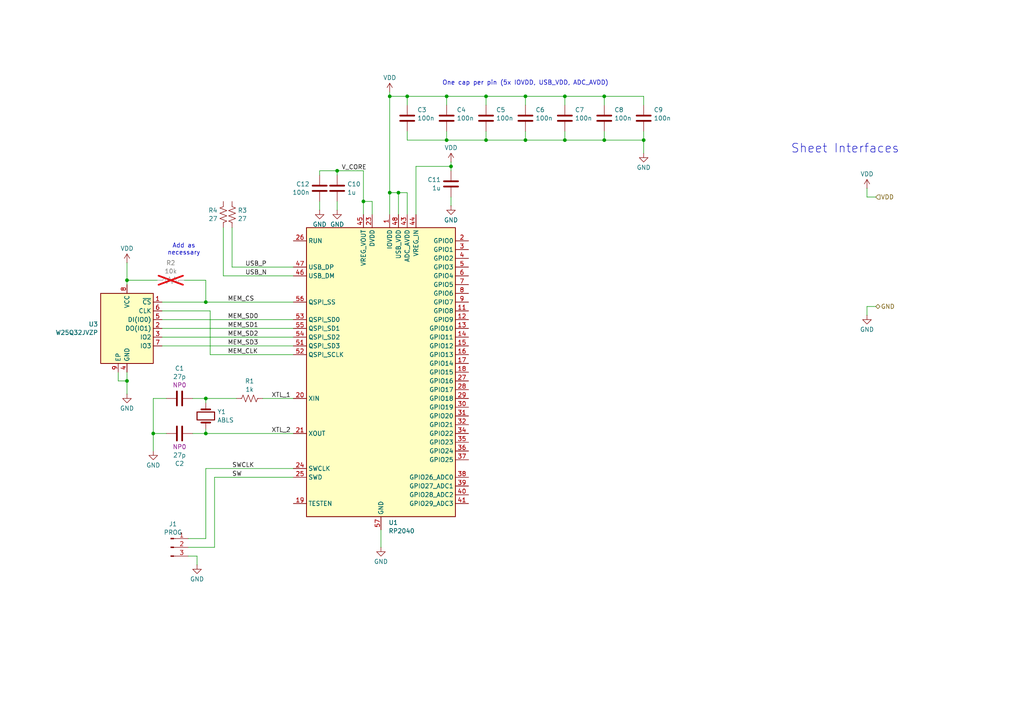
<source format=kicad_sch>
(kicad_sch (version 20231120) (generator "eeschema") (generator_version "8.0")
  (paper "A4")
  (title_block (title "HomePowerBank - Microcontroller") (date "2025-01-24") (rev "0") (comment 1 "All capacitors 16V 10% X5R 0402 unless noted") (comment 2 "All resistors 1/16W 1% 0402 unless noted"))
  (lib_symbols
    (symbol "Connector:Conn_01x03_Pin" (pin_names (offset 1.016) hide)
      (property "Reference" "J" (at 0 5.08 0))
      (property "Value" "Conn_01x03_Pin" (at 0 -5.08 0))
      (symbol "Conn_01x03_Pin_1_1"
        (polyline (pts (xy 1.27 -2.54) (xy 0.8636 -2.54)) (stroke (width 0.1524)))
        (polyline (pts (xy 1.27 0) (xy 0.8636 0)) (stroke (width 0.1524)))
        (polyline (pts (xy 1.27 2.54) (xy 0.8636 2.54)) (stroke (width 0.1524)))
        (rectangle (start 0.8636 -2.413) (end 0 -2.667) (stroke (width 0.1524)) (fill (type outline)))
        (rectangle (start 0.8636 0.127) (end 0 -0.127) (stroke (width 0.1524)) (fill (type outline)))
        (rectangle (start 0.8636 2.667) (end 0 2.413) (stroke (width 0.1524)) (fill (type outline)))
        (pin passive line (at 5.08 2.54 180) (length 3.81) (name "Pin_1") (number "1"))
        (pin passive line (at 5.08 0 180) (length 3.81) (name "Pin_2") (number "2"))
        (pin passive line (at 5.08 -2.54 180) (length 3.81) (name "Pin_3") (number "3"))
      )
    )
    (symbol "Device:C" (pin_numbers hide) (pin_names (offset 0.254))
      (property "Reference" "C" (at 0.635 2.54 0))
      (property "Value" "C" (at 0.635 -2.54 0))
      (symbol "C_0_1"
        (polyline (pts (xy -2.032 -0.762) (xy 2.032 -0.762)) (stroke (width 0.508)))
        (polyline (pts (xy -2.032 0.762) (xy 2.032 0.762)) (stroke (width 0.508)))
      )
      (symbol "C_1_1"
        (pin passive line (at 0 3.81 270) (length 2.794) (name "~") (number "1"))
        (pin passive line (at 0 -3.81 90) (length 2.794) (name "~") (number "2"))
      )
    )
    (symbol "Device:Crystal" (pin_numbers hide) (pin_names (offset 1.016) hide)
      (property "Reference" "Y" (at 0 3.81 0))
      (property "Value" "Crystal" (at 0 -3.81 0))
      (symbol "Crystal_0_1"
        (rectangle (start -1.143 2.54) (end 1.143 -2.54) (stroke (width 0.3048)))
        (polyline (pts (xy -2.54 0) (xy -1.905 0)))
        (polyline (pts (xy -1.905 -1.27) (xy -1.905 1.27)) (stroke (width 0.508)))
        (polyline (pts (xy 1.905 -1.27) (xy 1.905 1.27)) (stroke (width 0.508)))
        (polyline (pts (xy 2.54 0) (xy 1.905 0)))
      )
      (symbol "Crystal_1_1"
        (pin passive line (at -3.81 0 0) (length 1.27) (name "1") (number "1"))
        (pin passive line (at 3.81 0 180) (length 1.27) (name "2") (number "2"))
      )
    )
    (symbol "Device:R_US" (pin_numbers hide) (pin_names (offset 0))
      (property "Reference" "R" (at 2.54 0 90))
      (property "Value" "R_US" (at -2.54 0 90))
      (symbol "R_US_0_1"
        (polyline (pts (xy 0 -2.286) (xy 0 -2.54)))
        (polyline (pts (xy 0 2.286) (xy 0 2.54)))
        (polyline (pts (xy 0 -0.762) (xy 1.016 -1.143) (xy 0 -1.524) (xy -1.016 -1.905) (xy 0 -2.286)))
        (polyline (pts (xy 0 0.762) (xy 1.016 0.381) (xy 0 0) (xy -1.016 -0.381) (xy 0 -0.762)))
        (polyline (pts (xy 0 2.286) (xy 1.016 1.905) (xy 0 1.524) (xy -1.016 1.143) (xy 0 0.762)))
      )
      (symbol "R_US_1_1"
        (pin passive line (at 0 3.81 270) (length 1.27) (name "~") (number "1"))
        (pin passive line (at 0 -3.81 90) (length 1.27) (name "~") (number "2"))
      )
    )
    (symbol "MCU_RaspberryPi:RP2040"
      (property "Reference" "U" (at 17.78 45.72 0))
      (property "Value" "RP2040" (at 17.78 43.18 0))
      (symbol "RP2040_0_1"
        (rectangle (start -21.59 41.91) (end 21.59 -41.91) (stroke (width 0.254)) (fill (type background)))
      )
      (symbol "RP2040_1_1"
        (pin power_in line (at 2.54 45.72 270) (length 3.81) (name "IOVDD") (number "1"))
        (pin passive line (at 2.54 45.72 270) (length 3.81) hide (name "IOVDD") (number "10"))
        (pin bidirectional line (at 25.4 17.78 180) (length 3.81) (name "GPIO8") (number "11"))
        (pin bidirectional line (at 25.4 15.24 180) (length 3.81) (name "GPIO9") (number "12"))
        (pin bidirectional line (at 25.4 12.7 180) (length 3.81) (name "GPIO10") (number "13"))
        (pin bidirectional line (at 25.4 10.16 180) (length 3.81) (name "GPIO11") (number "14"))
        (pin bidirectional line (at 25.4 7.62 180) (length 3.81) (name "GPIO12") (number "15"))
        (pin bidirectional line (at 25.4 5.08 180) (length 3.81) (name "GPIO13") (number "16"))
        (pin bidirectional line (at 25.4 2.54 180) (length 3.81) (name "GPIO14") (number "17"))
        (pin bidirectional line (at 25.4 0 180) (length 3.81) (name "GPIO15") (number "18"))
        (pin input line (at -25.4 -38.1 0) (length 3.81) (name "TESTEN") (number "19"))
        (pin bidirectional line (at 25.4 38.1 180) (length 3.81) (name "GPIO0") (number "2"))
        (pin input line (at -25.4 -7.62 0) (length 3.81) (name "XIN") (number "20"))
        (pin passive line (at -25.4 -17.78 0) (length 3.81) (name "XOUT") (number "21"))
        (pin passive line (at 2.54 45.72 270) (length 3.81) hide (name "IOVDD") (number "22"))
        (pin power_in line (at -2.54 45.72 270) (length 3.81) (name "DVDD") (number "23"))
        (pin input line (at -25.4 -27.94 0) (length 3.81) (name "SWCLK") (number "24"))
        (pin bidirectional line (at -25.4 -30.48 0) (length 3.81) (name "SWD") (number "25"))
        (pin input line (at -25.4 38.1 0) (length 3.81) (name "RUN") (number "26"))
        (pin bidirectional line (at 25.4 -2.54 180) (length 3.81) (name "GPIO16") (number "27"))
        (pin bidirectional line (at 25.4 -5.08 180) (length 3.81) (name "GPIO17") (number "28"))
        (pin bidirectional line (at 25.4 -7.62 180) (length 3.81) (name "GPIO18") (number "29"))
        (pin bidirectional line (at 25.4 35.56 180) (length 3.81) (name "GPIO1") (number "3"))
        (pin bidirectional line (at 25.4 -10.16 180) (length 3.81) (name "GPIO19") (number "30"))
        (pin bidirectional line (at 25.4 -12.7 180) (length 3.81) (name "GPIO20") (number "31"))
        (pin bidirectional line (at 25.4 -15.24 180) (length 3.81) (name "GPIO21") (number "32"))
        (pin passive line (at 2.54 45.72 270) (length 3.81) hide (name "IOVDD") (number "33"))
        (pin bidirectional line (at 25.4 -17.78 180) (length 3.81) (name "GPIO22") (number "34"))
        (pin bidirectional line (at 25.4 -20.32 180) (length 3.81) (name "GPIO23") (number "35"))
        (pin bidirectional line (at 25.4 -22.86 180) (length 3.81) (name "GPIO24") (number "36"))
        (pin bidirectional line (at 25.4 -25.4 180) (length 3.81) (name "GPIO25") (number "37"))
        (pin bidirectional line (at 25.4 -30.48 180) (length 3.81) (name "GPIO26_ADC0") (number "38"))
        (pin bidirectional line (at 25.4 -33.02 180) (length 3.81) (name "GPIO27_ADC1") (number "39"))
        (pin bidirectional line (at 25.4 33.02 180) (length 3.81) (name "GPIO2") (number "4"))
        (pin bidirectional line (at 25.4 -35.56 180) (length 3.81) (name "GPIO28_ADC2") (number "40"))
        (pin bidirectional line (at 25.4 -38.1 180) (length 3.81) (name "GPIO29_ADC3") (number "41"))
        (pin passive line (at 2.54 45.72 270) (length 3.81) hide (name "IOVDD") (number "42"))
        (pin power_in line (at 7.62 45.72 270) (length 3.81) (name "ADC_AVDD") (number "43"))
        (pin power_in line (at 10.16 45.72 270) (length 3.81) (name "VREG_IN") (number "44"))
        (pin power_out line (at -5.08 45.72 270) (length 3.81) (name "VREG_VOUT") (number "45"))
        (pin bidirectional line (at -25.4 27.94 0) (length 3.81) (name "USB_DM") (number "46"))
        (pin bidirectional line (at -25.4 30.48 0) (length 3.81) (name "USB_DP") (number "47"))
        (pin power_in line (at 5.08 45.72 270) (length 3.81) (name "USB_VDD") (number "48"))
        (pin passive line (at 2.54 45.72 270) (length 3.81) hide (name "IOVDD") (number "49"))
        (pin bidirectional line (at 25.4 30.48 180) (length 3.81) (name "GPIO3") (number "5"))
        (pin passive line (at -2.54 45.72 270) (length 3.81) hide (name "DVDD") (number "50"))
        (pin bidirectional line (at -25.4 7.62 0) (length 3.81) (name "QSPI_SD3") (number "51"))
        (pin output line (at -25.4 5.08 0) (length 3.81) (name "QSPI_SCLK") (number "52"))
        (pin bidirectional line (at -25.4 15.24 0) (length 3.81) (name "QSPI_SD0") (number "53"))
        (pin bidirectional line (at -25.4 10.16 0) (length 3.81) (name "QSPI_SD2") (number "54"))
        (pin bidirectional line (at -25.4 12.7 0) (length 3.81) (name "QSPI_SD1") (number "55"))
        (pin bidirectional line (at -25.4 20.32 0) (length 3.81) (name "QSPI_SS") (number "56"))
        (pin power_in line (at 0 -45.72 90) (length 3.81) (name "GND") (number "57"))
        (pin bidirectional line (at 25.4 27.94 180) (length 3.81) (name "GPIO4") (number "6"))
        (pin bidirectional line (at 25.4 25.4 180) (length 3.81) (name "GPIO5") (number "7"))
        (pin bidirectional line (at 25.4 22.86 180) (length 3.81) (name "GPIO6") (number "8"))
        (pin bidirectional line (at 25.4 20.32 180) (length 3.81) (name "GPIO7") (number "9"))
      )
    )
    (symbol "Memory_Flash:W25Q32JVZP"
      (property "Reference" "U" (at -6.35 11.43 0))
      (property "Value" "W25Q32JVZP" (at 7.62 11.43 0))
      (symbol "W25Q32JVZP_0_1"
        (rectangle (start -7.62 10.16) (end 7.62 -10.16) (stroke (width 0.254)) (fill (type background)))
      )
      (symbol "W25Q32JVZP_1_1"
        (pin input line (at -10.16 7.62 0) (length 2.54) (name "~{CS}") (number "1"))
        (pin bidirectional line (at -10.16 0 0) (length 2.54) (name "DO(IO1)") (number "2"))
        (pin bidirectional line (at -10.16 -2.54 0) (length 2.54) (name "IO2") (number "3"))
        (pin power_in line (at 0 -12.7 90) (length 2.54) (name "GND") (number "4"))
        (pin bidirectional line (at -10.16 2.54 0) (length 2.54) (name "DI(IO0)") (number "5"))
        (pin input line (at -10.16 5.08 0) (length 2.54) (name "CLK") (number "6"))
        (pin bidirectional line (at -10.16 -5.08 0) (length 2.54) (name "IO3") (number "7"))
        (pin power_in line (at 0 12.7 270) (length 2.54) (name "VCC") (number "8"))
        (pin passive line (at 2.54 -12.7 90) (length 2.54) (name "EP") (number "9"))
      )
    )
    (symbol "power:GND" (power) (pin_numbers hide) (pin_names (offset 0) hide)
      (property "Value" "GND" (at 0 -3.81 0))
      (symbol "GND_0_1"
        (polyline (pts (xy 0 0) (xy 0 -1.27) (xy 1.27 -1.27) (xy 0 -2.54) (xy -1.27 -1.27) (xy 0 -1.27)))
      )
      (symbol "GND_1_1"
        (pin power_in line (at 0 0 270) (length 0) (name "~") (number "1"))
      )
    )
    (symbol "power:VDD" (power) (pin_numbers hide) (pin_names (offset 0) hide)
      (property "Value" "VDD" (at 0 3.556 0))
      (symbol "VDD_0_1"
        (polyline (pts (xy -0.762 1.27) (xy 0 2.54)))
        (polyline (pts (xy 0 0) (xy 0 2.54)))
        (polyline (pts (xy 0 2.54) (xy 0.762 1.27)))
      )
      (symbol "VDD_1_1"
        (pin power_in line (at 0 0 90) (length 0) (name "~") (number "1"))
      )
    )
  )
  (junction (at 140.97 40.64))
  (junction (at 152.4 40.64))
  (junction (at 130.81 48.26))
  (junction (at 36.83 81.28))
  (junction (at 186.69 40.64))
  (junction (at 175.26 27.94))
  (junction (at 59.69 125.73))
  (junction (at 163.83 40.64))
  (junction (at 44.45 125.73))
  (junction (at 105.41 58.42))
  (junction (at 175.26 40.64))
  (junction (at 118.11 27.94))
  (junction (at 163.83 27.94))
  (junction (at 152.4 27.94))
  (junction (at 59.69 87.63))
  (junction (at 115.57 55.88))
  (junction (at 97.79 49.53))
  (junction (at 36.83 110.49))
  (junction (at 129.54 40.64))
  (junction (at 129.54 27.94))
  (junction (at 140.97 27.94))
  (junction (at 113.03 55.88))
  (junction (at 59.69 115.57))
  (junction (at 113.03 27.94))
  (wire (pts (xy 251.46 57.15) (xy 254 57.15)))
  (wire (pts (xy 175.26 27.94) (xy 175.26 30.48)))
  (wire (pts (xy 85.09 138.43) (xy 62.23 138.43)))
  (wire (pts (xy 85.09 77.47) (xy 67.31 77.47)))
  (wire (pts (xy 64.77 80.01) (xy 85.09 80.01)))
  (wire (pts (xy 36.83 81.28) (xy 36.83 82.55)))
  (wire (pts (xy 186.69 27.94) (xy 186.69 30.48)))
  (wire (pts (xy 55.88 125.73) (xy 59.69 125.73)))
  (wire (pts (xy 44.45 125.73) (xy 48.26 125.73)))
  (wire (pts (xy 97.79 49.53) (xy 92.71 49.53)))
  (wire (pts (xy 105.41 62.23) (xy 105.41 58.42)))
  (wire (pts (xy 76.2 115.57) (xy 85.09 115.57)))
  (wire (pts (xy 129.54 40.64) (xy 118.11 40.64)))
  (wire (pts (xy 105.41 49.53) (xy 105.41 58.42)))
  (wire (pts (xy 113.03 55.88) (xy 115.57 55.88)))
  (wire (pts (xy 152.4 27.94) (xy 152.4 30.48)))
  (wire (pts (xy 163.83 27.94) (xy 175.26 27.94)))
  (wire (pts (xy 36.83 81.28) (xy 45.72 81.28)))
  (wire (pts (xy 118.11 27.94) (xy 118.11 30.48)))
  (wire (pts (xy 36.83 110.49) (xy 36.83 114.3)))
  (wire (pts (xy 113.03 27.94) (xy 118.11 27.94)))
  (wire (pts (xy 120.65 48.26) (xy 120.65 62.23)))
  (wire (pts (xy 115.57 55.88) (xy 118.11 55.88)))
  (wire (pts (xy 97.79 49.53) (xy 105.41 49.53)))
  (wire (pts (xy 46.99 95.25) (xy 85.09 95.25)))
  (wire (pts (xy 34.29 110.49) (xy 36.83 110.49)))
  (wire (pts (xy 113.03 27.94) (xy 113.03 55.88)))
  (wire (pts (xy 175.26 27.94) (xy 186.69 27.94)))
  (wire (pts (xy 44.45 125.73) (xy 44.45 115.57)))
  (wire (pts (xy 60.96 90.17) (xy 60.96 102.87)))
  (wire (pts (xy 118.11 27.94) (xy 129.54 27.94)))
  (wire (pts (xy 54.61 156.21) (xy 59.69 156.21)))
  (wire (pts (xy 62.23 158.75) (xy 54.61 158.75)))
  (wire (pts (xy 113.03 55.88) (xy 113.03 62.23)))
  (wire (pts (xy 118.11 62.23) (xy 118.11 55.88)))
  (wire (pts (xy 57.15 163.83) (xy 57.15 161.29)))
  (wire (pts (xy 54.61 161.29) (xy 57.15 161.29)))
  (wire (pts (xy 60.96 102.87) (xy 85.09 102.87)))
  (wire (pts (xy 67.31 77.47) (xy 67.31 66.04)))
  (wire (pts (xy 152.4 38.1) (xy 152.4 40.64)))
  (wire (pts (xy 130.81 48.26) (xy 120.65 48.26)))
  (wire (pts (xy 251.46 91.44) (xy 251.46 88.9)))
  (wire (pts (xy 129.54 27.94) (xy 129.54 30.48)))
  (wire (pts (xy 59.69 87.63) (xy 85.09 87.63)))
  (wire (pts (xy 34.29 107.95) (xy 34.29 110.49)))
  (wire (pts (xy 92.71 58.42) (xy 92.71 60.96)))
  (wire (pts (xy 97.79 58.42) (xy 97.79 60.96)))
  (wire (pts (xy 110.49 153.67) (xy 110.49 158.75)))
  (wire (pts (xy 251.46 54.61) (xy 251.46 57.15)))
  (wire (pts (xy 175.26 38.1) (xy 175.26 40.64)))
  (wire (pts (xy 140.97 27.94) (xy 152.4 27.94)))
  (wire (pts (xy 130.81 48.26) (xy 130.81 49.53)))
  (wire (pts (xy 46.99 100.33) (xy 85.09 100.33)))
  (wire (pts (xy 46.99 97.79) (xy 85.09 97.79)))
  (wire (pts (xy 59.69 124.46) (xy 59.69 125.73)))
  (wire (pts (xy 140.97 27.94) (xy 140.97 30.48)))
  (wire (pts (xy 92.71 49.53) (xy 92.71 50.8)))
  (wire (pts (xy 130.81 57.15) (xy 130.81 59.69)))
  (wire (pts (xy 163.83 40.64) (xy 152.4 40.64)))
  (wire (pts (xy 36.83 76.2) (xy 36.83 81.28)))
  (wire (pts (xy 152.4 27.94) (xy 163.83 27.94)))
  (wire (pts (xy 186.69 40.64) (xy 175.26 40.64)))
  (wire (pts (xy 163.83 27.94) (xy 163.83 30.48)))
  (wire (pts (xy 55.88 115.57) (xy 59.69 115.57)))
  (wire (pts (xy 163.83 38.1) (xy 163.83 40.64)))
  (wire (pts (xy 59.69 115.57) (xy 59.69 116.84)))
  (wire (pts (xy 118.11 38.1) (xy 118.11 40.64)))
  (wire (pts (xy 140.97 40.64) (xy 129.54 40.64)))
  (wire (pts (xy 44.45 130.81) (xy 44.45 125.73)))
  (wire (pts (xy 251.46 88.9) (xy 254 88.9)))
  (wire (pts (xy 186.69 40.64) (xy 186.69 44.45)))
  (wire (pts (xy 115.57 62.23) (xy 115.57 55.88)))
  (wire (pts (xy 64.77 66.04) (xy 64.77 80.01)))
  (wire (pts (xy 59.69 125.73) (xy 85.09 125.73)))
  (wire (pts (xy 46.99 87.63) (xy 59.69 87.63)))
  (wire (pts (xy 113.03 26.67) (xy 113.03 27.94)))
  (wire (pts (xy 46.99 90.17) (xy 60.96 90.17)))
  (wire (pts (xy 59.69 81.28) (xy 59.69 87.63)))
  (wire (pts (xy 140.97 38.1) (xy 140.97 40.64)))
  (wire (pts (xy 186.69 38.1) (xy 186.69 40.64)))
  (wire (pts (xy 53.34 81.28) (xy 59.69 81.28)))
  (wire (pts (xy 175.26 40.64) (xy 163.83 40.64)))
  (wire (pts (xy 129.54 38.1) (xy 129.54 40.64)))
  (wire (pts (xy 44.45 115.57) (xy 48.26 115.57)))
  (wire (pts (xy 152.4 40.64) (xy 140.97 40.64)))
  (wire (pts (xy 36.83 107.95) (xy 36.83 110.49)))
  (wire (pts (xy 105.41 58.42) (xy 107.95 58.42)))
  (wire (pts (xy 46.99 92.71) (xy 85.09 92.71)))
  (wire (pts (xy 62.23 138.43) (xy 62.23 158.75)))
  (wire (pts (xy 59.69 115.57) (xy 68.58 115.57)))
  (wire (pts (xy 59.69 156.21) (xy 59.69 135.89)))
  (wire (pts (xy 59.69 135.89) (xy 85.09 135.89)))
  (wire (pts (xy 130.81 46.99) (xy 130.81 48.26)))
  (wire (pts (xy 107.95 58.42) (xy 107.95 62.23)))
  (wire (pts (xy 129.54 27.94) (xy 140.97 27.94)))
  (wire (pts (xy 97.79 50.8) (xy 97.79 49.53)))
  (text "Sheet Interfaces" (at 245.11 43.18 0) (effects (font (size 2.54 2.54))))
  (text "One cap per pin (5x IOVDD, USB_VDD, ADC_AVDD)" (at 152.4 24.13 0) (effects (font (size 1.27 1.27))))
  (text "Add as\nnecessary" (at 53.34 72.39 0) (effects (font (size 1.27 1.27))))
  (label "MEM_SD3" (at 66.04 100.33 0))
  (label "SWCLK" (at 67.31 135.89 0))
  (label "MEM_SD1" (at 66.04 95.25 0))
  (label "MEM_SD0" (at 66.04 92.71 0))
  (label "USB_N" (at 71.12 80.01 0))
  (label "MEM_CS" (at 66.04 87.63 0))
  (label "MEM_SD2" (at 66.04 97.79 0))
  (label "SW" (at 67.31 138.43 0))
  (label "USB_P" (at 71.12 77.47 0))
  (label "XTL_1" (at 78.74 115.57 0))
  (label "XTL_2" (at 78.74 125.73 0))
  (label "MEM_CLK" (at 66.04 102.87 0))
  (label "V_CORE" (at 99.06 49.53 0))
  (hierarchical_label "GND" (shape bidirectional) (at 254 88.9 0))
  (hierarchical_label "VDD" (shape input) (at 254 57.15 0))
  (symbol (lib_id "MCU_RaspberryPi:RP2040") (at 110.49 107.95 0) (unit 1)
    (property "Reference" "U1" (at 112.6841 151.5801 0) (effects (justify left)))
    (property "Value" "RP2040" (at 112.6841 154.0044 0) (effects (justify left)))
    (property "Footprint" "Package_DFN_QFN:QFN-56-1EP_7x7mm_P0.4mm_EP3.2x3.2mm" (effects (hide yes)))
    (property "Datasheet" "https://datasheets.raspberrypi.com/rp2040/rp2040-datasheet.pdf" (effects (hide yes)))
    (property "Description" "A microcontroller by Raspberry Pi" (effects (hide yes)))
  )
  (symbol (lib_id "Device:C") (at 52.07 125.73 270) (unit 1)
    (property "Reference" "C2" (at 52.07 134.4577 90))
    (property "Value" "27p" (at 52.07 132.0334 90))
    (property "Footprint" "Capacitor_SMD:C_0402_1005Metric_Pad0.74x0.62mm_HandSolder" (effects (hide yes)))
    (property "Description" "Unpolarized capacitor" (effects (hide yes)))
    (property "MfrNum" "generic" (effects (hide yes)))
    (property "Tempco" "NP0" (at 52.07 129.6091 90))
  )
  (symbol (lib_id "Device:C") (at 118.11 34.29 0) (unit 1)
    (property "Reference" "C3" (at 121.031 31.8657 0) (effects (justify left)))
    (property "Value" "100n" (at 121.031 34.29 0) (effects (justify left)))
    (property "Footprint" "Capacitor_SMD:C_0402_1005Metric_Pad0.74x0.62mm_HandSolder" (effects (hide yes)))
    (property "Description" "Unpolarized capacitor" (effects (hide yes)))
    (property "MfrNum" "generic" (effects (hide yes)))
  )
  (symbol (lib_id "Memory_Flash:W25Q32JVZP") (at 36.83 95.25 0) (mirror y) (unit 1)
    (property "Reference" "U3" (at 28.448 94.0378 0) (effects (justify left)))
    (property "Value" "W25Q32JVZP" (at 28.448 96.4621 0) (effects (justify left)))
    (property "Footprint" "Package_SON:WSON-8-1EP_6x5mm_P1.27mm_EP3.4x4.3mm" (effects (hide yes)))
    (property "Datasheet" "http://www.winbond.com/resource-files/w25q32jv%20revg%2003272018%20plus.pdf" (effects (hide yes)))
    (property "Description" "32Mb Serial Flash Memory, Standard/Dual/Quad SPI, DFN-8" (effects (hide yes)))
  )
  (symbol (lib_id "Device:C") (at 140.97 34.29 0) (unit 1)
    (property "Reference" "C5" (at 143.891 31.8657 0) (effects (justify left)))
    (property "Value" "100n" (at 143.891 34.29 0) (effects (justify left)))
    (property "Footprint" "Capacitor_SMD:C_0402_1005Metric_Pad0.74x0.62mm_HandSolder" (effects (hide yes)))
    (property "Description" "Unpolarized capacitor" (effects (hide yes)))
    (property "MfrNum" "generic" (effects (hide yes)))
  )
  (symbol (lib_id "power:GND") (at 130.81 59.69 0) (unit 1)
    (property "Reference" "#PWR09" (effects (hide yes)))
    (property "Value" "GND" (at 130.81 63.8231 0))
    (property "Description" "Power symbol creates a global label with name \"GND\" , ground" (effects (hide yes)))
  )
  (symbol (lib_id "power:GND") (at 57.15 163.83 0) (unit 1)
    (property "Reference" "#PWR011" (effects (hide yes)))
    (property "Value" "GND" (at 57.15 167.9631 0))
    (property "Description" "Power symbol creates a global label with name \"GND\" , ground" (effects (hide yes)))
  )
  (symbol (lib_id "Connector:Conn_01x03_Pin") (at 49.53 158.75 0) (unit 1)
    (property "Reference" "J1" (at 50.165 151.9893 0))
    (property "Value" "PROG" (at 50.165 154.4136 0))
    (property "Footprint" "Connector_PinHeader_2.54mm:PinHeader_1x03_P2.54mm_Vertical" (effects (hide yes)))
    (property "Description" "Generic connector, single row, 01x03, script generated" (effects (hide yes)))
  )
  (symbol (lib_id "Device:R_US") (at 49.53 81.28 90) (unit 1) (dnp yes)
    (property "Reference" "R2" (at 49.53 76.2465 90))
    (property "Value" "10k" (at 49.53 78.6708 90))
    (property "Footprint" "Resistor_SMD:R_0402_1005Metric_Pad0.72x0.64mm_HandSolder" (effects (hide yes)))
    (property "Description" "Resistor, US symbol" (effects (hide yes)))
  )
  (symbol (lib_id "power:VDD") (at 36.83 76.2 0) (unit 1)
    (property "Reference" "#PWR04" (effects (hide yes)))
    (property "Value" "VDD" (at 36.83 72.0669 0))
    (property "Description" "Power symbol creates a global label with name \"VDD\"" (effects (hide yes)))
  )
  (symbol (lib_id "power:GND") (at 36.83 114.3 0) (unit 1)
    (property "Reference" "#PWR01" (effects (hide yes)))
    (property "Value" "GND" (at 36.83 118.4331 0))
    (property "Description" "Power symbol creates a global label with name \"GND\" , ground" (effects (hide yes)))
  )
  (symbol (lib_id "power:GND") (at 110.49 158.75 0) (unit 1)
    (property "Reference" "#PWR03" (effects (hide yes)))
    (property "Value" "GND" (at 110.49 162.8831 0))
    (property "Description" "Power symbol creates a global label with name \"GND\" , ground" (effects (hide yes)))
  )
  (symbol (lib_id "power:GND") (at 97.79 60.96 0) (unit 1)
    (property "Reference" "#PWR07" (effects (hide yes)))
    (property "Value" "GND" (at 97.79 65.0931 0))
    (property "Description" "Power symbol creates a global label with name \"GND\" , ground" (effects (hide yes)))
  )
  (symbol (lib_id "power:GND") (at 186.69 44.45 0) (unit 1)
    (property "Reference" "#PWR06" (effects (hide yes)))
    (property "Value" "GND" (at 186.69 48.5831 0))
    (property "Description" "Power symbol creates a global label with name \"GND\" , ground" (effects (hide yes)))
  )
  (symbol (lib_id "power:GND") (at 44.45 130.81 0) (unit 1)
    (property "Reference" "#PWR02" (effects (hide yes)))
    (property "Value" "GND" (at 44.45 134.9431 0))
    (property "Description" "Power symbol creates a global label with name \"GND\" , ground" (effects (hide yes)))
  )
  (symbol (lib_id "power:GND") (at 251.46 91.44 0) (unit 1)
    (property "Reference" "#PWR012" (effects (hide yes)))
    (property "Value" "GND" (at 251.46 95.5731 0))
    (property "Description" "Power symbol creates a global label with name \"GND\" , ground" (effects (hide yes)))
  )
  (symbol (lib_id "power:GND") (at 92.71 60.96 0) (unit 1)
    (property "Reference" "#PWR010" (effects (hide yes)))
    (property "Value" "GND" (at 92.71 65.0931 0))
    (property "Description" "Power symbol creates a global label with name \"GND\" , ground" (effects (hide yes)))
  )
  (symbol (lib_id "Device:C") (at 52.07 115.57 90) (unit 1)
    (property "Reference" "C1" (at 52.07 106.8423 90))
    (property "Value" "27p" (at 52.07 109.2666 90))
    (property "Footprint" "Capacitor_SMD:C_0402_1005Metric_Pad0.74x0.62mm_HandSolder" (effects (hide yes)))
    (property "Description" "Unpolarized capacitor" (effects (hide yes)))
    (property "MfrNum" "generic" (effects (hide yes)))
    (property "Tempco" "NP0" (at 52.07 111.6909 90))
  )
  (symbol (lib_id "Device:C") (at 163.83 34.29 0) (unit 1)
    (property "Reference" "C7" (at 166.751 31.8657 0) (effects (justify left)))
    (property "Value" "100n" (at 166.751 34.29 0) (effects (justify left)))
    (property "Footprint" "Capacitor_SMD:C_0402_1005Metric_Pad0.74x0.62mm_HandSolder" (effects (hide yes)))
    (property "Description" "Unpolarized capacitor" (effects (hide yes)))
    (property "MfrNum" "generic" (effects (hide yes)))
  )
  (symbol (lib_id "Device:C") (at 92.71 54.61 0) (mirror y) (unit 1)
    (property "Reference" "C12" (at 89.789 53.3978 0) (effects (justify left)))
    (property "Value" "100n" (at 89.789 55.8221 0) (effects (justify left)))
    (property "Footprint" "Capacitor_SMD:C_0402_1005Metric_Pad0.74x0.62mm_HandSolder" (effects (hide yes)))
    (property "Description" "Unpolarized capacitor" (effects (hide yes)))
    (property "MfrNum" "generic" (effects (hide yes)))
  )
  (symbol (lib_id "Device:C") (at 152.4 34.29 0) (unit 1)
    (property "Reference" "C6" (at 155.321 31.8657 0) (effects (justify left)))
    (property "Value" "100n" (at 155.321 34.29 0) (effects (justify left)))
    (property "Footprint" "Capacitor_SMD:C_0402_1005Metric_Pad0.74x0.62mm_HandSolder" (effects (hide yes)))
    (property "Description" "Unpolarized capacitor" (effects (hide yes)))
    (property "MfrNum" "generic" (effects (hide yes)))
  )
  (symbol (lib_id "Device:C") (at 186.69 34.29 0) (unit 1)
    (property "Reference" "C9" (at 189.611 31.8657 0) (effects (justify left)))
    (property "Value" "100n" (at 189.611 34.29 0) (effects (justify left)))
    (property "Footprint" "Capacitor_SMD:C_0402_1005Metric_Pad0.74x0.62mm_HandSolder" (effects (hide yes)))
    (property "Description" "Unpolarized capacitor" (effects (hide yes)))
    (property "MfrNum" "generic" (effects (hide yes)))
  )
  (symbol (lib_id "Device:R_US") (at 64.77 62.23 0) (mirror x) (unit 1)
    (property "Reference" "R4" (at 63.119 61.0178 0) (effects (justify right)))
    (property "Value" "27" (at 63.119 63.4421 0) (effects (justify right)))
    (property "Footprint" "Resistor_SMD:R_0402_1005Metric_Pad0.72x0.64mm_HandSolder" (effects (hide yes)))
    (property "Description" "Resistor, US symbol" (effects (hide yes)))
    (property "MfrNum" "generic" (effects (hide yes)))
  )
  (symbol (lib_id "power:VDD") (at 251.46 54.61 0) (unit 1)
    (property "Reference" "#PWR013" (effects (hide yes)))
    (property "Value" "VDD" (at 251.46 50.4769 0))
    (property "Description" "Power symbol creates a global label with name \"VDD\"" (effects (hide yes)))
  )
  (symbol (lib_id "power:VDD") (at 113.03 26.67 0) (unit 1)
    (property "Reference" "#PWR05" (effects (hide yes)))
    (property "Value" "VDD" (at 113.03 22.5369 0))
    (property "Description" "Power symbol creates a global label with name \"VDD\"" (effects (hide yes)))
  )
  (symbol (lib_id "power:VDD") (at 130.81 46.99 0) (unit 1)
    (property "Reference" "#PWR08" (effects (hide yes)))
    (property "Value" "VDD" (at 130.81 42.8569 0))
    (property "Description" "Power symbol creates a global label with name \"VDD\"" (effects (hide yes)))
  )
  (symbol (lib_id "Device:R_US") (at 72.39 115.57 90) (unit 1)
    (property "Reference" "R1" (at 72.39 110.5365 90))
    (property "Value" "1k" (at 72.39 112.9608 90))
    (property "Footprint" "Resistor_SMD:R_0402_1005Metric_Pad0.72x0.64mm_HandSolder" (effects (hide yes)))
    (property "Description" "Resistor, US symbol" (effects (hide yes)))
    (property "MfrNum" "generic" (effects (hide yes)))
  )
  (symbol (lib_id "Device:C") (at 129.54 34.29 0) (unit 1)
    (property "Reference" "C4" (at 132.461 31.8657 0) (effects (justify left)))
    (property "Value" "100n" (at 132.461 34.29 0) (effects (justify left)))
    (property "Footprint" "Capacitor_SMD:C_0402_1005Metric_Pad0.74x0.62mm_HandSolder" (effects (hide yes)))
    (property "Description" "Unpolarized capacitor" (effects (hide yes)))
    (property "MfrNum" "generic" (effects (hide yes)))
  )
  (symbol (lib_id "Device:C") (at 175.26 34.29 0) (unit 1)
    (property "Reference" "C8" (at 178.181 31.8657 0) (effects (justify left)))
    (property "Value" "100n" (at 178.181 34.29 0) (effects (justify left)))
    (property "Footprint" "Capacitor_SMD:C_0402_1005Metric_Pad0.74x0.62mm_HandSolder" (effects (hide yes)))
    (property "Description" "Unpolarized capacitor" (effects (hide yes)))
    (property "MfrNum" "generic" (effects (hide yes)))
  )
  (symbol (lib_id "Device:R_US") (at 67.31 62.23 180) (unit 1)
    (property "Reference" "R3" (at 68.961 61.0178 0) (effects (justify right)))
    (property "Value" "27" (at 68.961 63.4421 0) (effects (justify right)))
    (property "Footprint" "Resistor_SMD:R_0402_1005Metric_Pad0.72x0.64mm_HandSolder" (effects (hide yes)))
    (property "Description" "Resistor, US symbol" (effects (hide yes)))
    (property "MfrNum" "generic" (effects (hide yes)))
  )
  (symbol (lib_id "Device:C") (at 97.79 54.61 0) (unit 1)
    (property "Reference" "C10" (at 100.711 53.3978 0) (effects (justify left)))
    (property "Value" "1u" (at 100.711 55.8221 0) (effects (justify left)))
    (property "Footprint" "Capacitor_SMD:C_0402_1005Metric_Pad0.74x0.62mm_HandSolder" (effects (hide yes)))
    (property "Description" "Unpolarized capacitor" (effects (hide yes)))
    (property "MfrNum" "generic" (effects (hide yes)))
  )
  (symbol (lib_id "Device:Crystal") (at 59.69 120.65 90) (unit 1)
    (property "Reference" "Y1" (at 63.0174 119.4378 90) (effects (justify right)))
    (property "Value" "ABLS" (at 63.0174 121.8621 90) (effects (justify right)))
    (property "Description" "Two pin crystal" (effects (hide yes)))
  )
  (symbol (lib_id "Device:C") (at 130.81 53.34 0) (mirror y) (unit 1)
    (property "Reference" "C11" (at 127.889 52.1278 0) (effects (justify left)))
    (property "Value" "1u" (at 127.889 54.5521 0) (effects (justify left)))
    (property "Footprint" "Capacitor_SMD:C_0402_1005Metric_Pad0.74x0.62mm_HandSolder" (effects (hide yes)))
    (property "Description" "Unpolarized capacitor" (effects (hide yes)))
    (property "MfrNum" "generic" (effects (hide yes)))
  )
)
</source>
